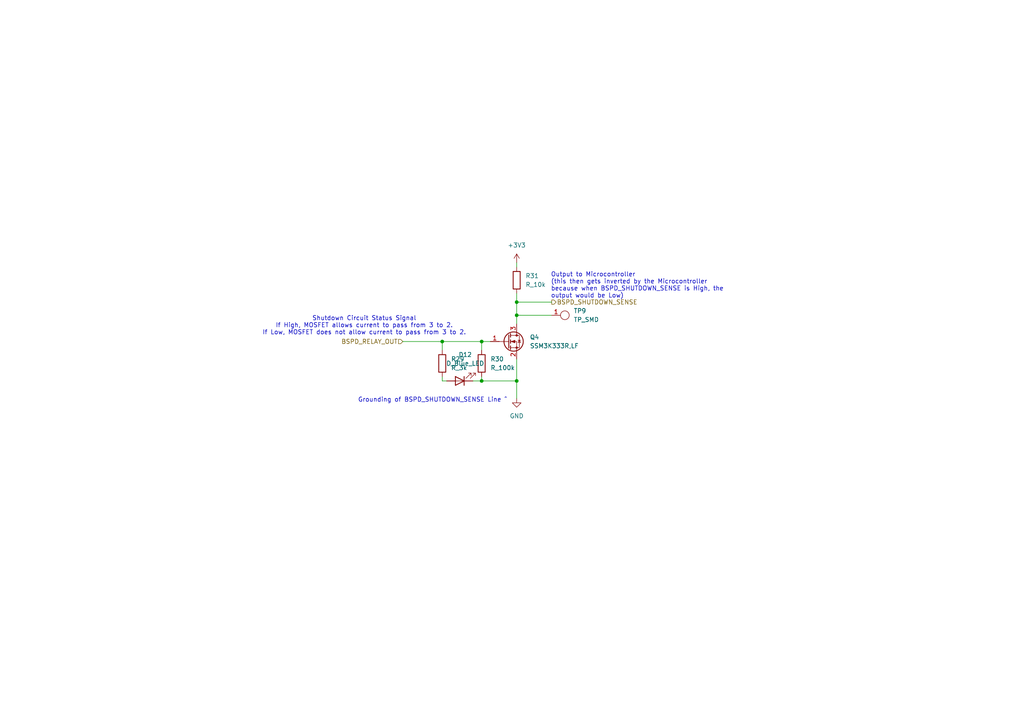
<source format=kicad_sch>
(kicad_sch (version 20250114) (generator "eeschema") (generator_version "9.0")
  (paper "A4")
  (lib_symbols
    (symbol "OEM:D_LED_Blue_0805" (pin_numbers (hide yes)) (pin_names (offset 1.016) (hide yes))
      (property "Reference" "D" (at 0 2.54 0))
      (property "Value" "D_Blue_LED" (at 0 -2.54 0))
      (symbol "D_LED_Blue_0805_0_1"
        (polyline (pts (xy -3.048 -0.762) (xy -4.572 -2.286) (xy -3.81 -2.286) (xy -4.572 -2.286) (xy -4.572 -1.524)))
        (polyline (pts (xy -1.778 -0.762) (xy -3.302 -2.286) (xy -2.54 -2.286) (xy -3.302 -2.286) (xy -3.302 -1.524)))
        (polyline (pts (xy -1.27 0) (xy 1.27 0)))
        (polyline (pts (xy -1.27 -1.27) (xy -1.27 1.27)) (stroke (width 0.254)))
        (polyline (pts (xy 1.27 -1.27) (xy 1.27 1.27) (xy -1.27 0) (xy 1.27 -1.27)) (stroke (width 0.254)))
      )
      (symbol "D_LED_Blue_0805_1_1"
        (pin passive line (at -3.81 0 0) (length 2.54) (name "K") (number "1"))
        (pin passive line (at 3.81 0 180) (length 2.54) (name "A") (number "2"))
      )
    )
    (symbol "OEM:Q_NMOS_30V_6A_SOT-23F" (pin_names (offset 0) (hide yes))
      (property "Reference" "Q" (at 5.08 1.905 0))
      (property "Value" "SSM3K333R,LF" (at 5.08 0 0))
      (symbol "Q_NMOS_30V_6A_SOT-23F_0_1"
        (polyline (pts (xy 0.254 1.905) (xy 0.254 -1.905)) (stroke (width 0.254)))
        (polyline (pts (xy 0.254 0) (xy -2.54 0)))
        (polyline (pts (xy 0.762 2.286) (xy 0.762 1.27)) (stroke (width 0.254)))
        (polyline (pts (xy 0.762 0.508) (xy 0.762 -0.508)) (stroke (width 0.254)))
        (polyline (pts (xy 0.762 -1.27) (xy 0.762 -2.286)) (stroke (width 0.254)))
        (polyline (pts (xy 0.762 -1.778) (xy 3.302 -1.778) (xy 3.302 1.778) (xy 0.762 1.778)))
        (polyline (pts (xy 1.016 0) (xy 2.032 0.381) (xy 2.032 -0.381) (xy 1.016 0)) (fill (type outline)))
        (circle (center 1.651 0) (radius 2.794) (stroke (width 0.254)))
        (polyline (pts (xy 2.54 2.54) (xy 2.54 1.778)))
        (circle (center 2.54 1.778) (radius 0.254) (fill (type outline)))
        (circle (center 2.54 -1.778) (radius 0.254) (fill (type outline)))
        (polyline (pts (xy 2.54 -2.54) (xy 2.54 0) (xy 0.762 0)))
        (polyline (pts (xy 2.921 0.381) (xy 3.683 0.381)))
        (polyline (pts (xy 3.302 0.381) (xy 2.921 -0.254) (xy 3.683 -0.254) (xy 3.302 0.381)))
      )
      (symbol "Q_NMOS_30V_6A_SOT-23F_1_1"
        (pin input line (at -5.08 0 0) (length 2.54) (name "G") (number "1"))
        (pin passive line (at 2.54 5.08 270) (length 2.54) (name "D") (number "3"))
        (pin passive line (at 2.54 -5.08 90) (length 2.54) (name "S") (number "2"))
      )
    )
    (symbol "OEM:R_100k_0.1W_0603" (pin_numbers (hide yes)) (pin_names (offset 0))
      (property "Reference" "R" (at 2.032 0 90))
      (property "Value" "R_100k" (at 0 0 90))
      (symbol "R_100k_0.1W_0603_0_1"
        (rectangle (start -1.016 -2.54) (end 1.016 2.54) (stroke (width 0.254)))
      )
      (symbol "R_100k_0.1W_0603_1_1"
        (pin passive line (at 0 3.81 270) (length 1.27) (name "~") (number "1"))
        (pin passive line (at 0 -3.81 90) (length 1.27) (name "~") (number "2"))
      )
    )
    (symbol "OEM:R_10k_0.1W_0603" (pin_numbers (hide yes)) (pin_names (offset 0))
      (property "Reference" "R" (at 2.032 0 90))
      (property "Value" "R_10k" (at 0 0 90))
      (symbol "R_10k_0.1W_0603_0_1"
        (rectangle (start -1.016 -2.54) (end 1.016 2.54) (stroke (width 0.254)))
      )
      (symbol "R_10k_0.1W_0603_1_1"
        (pin passive line (at 0 3.81 270) (length 1.27) (name "~") (number "1"))
        (pin passive line (at 0 -3.81 90) (length 1.27) (name "~") (number "2"))
      )
    )
    (symbol "OEM:R_3k_0.1W_0603" (pin_numbers (hide yes)) (pin_names (offset 0))
      (property "Reference" "R" (at 2.032 0 90))
      (property "Value" "R_3k" (at 0 0 90))
      (symbol "R_3k_0.1W_0603_0_1"
        (rectangle (start -1.016 -2.54) (end 1.016 2.54) (stroke (width 0.254)))
      )
      (symbol "R_3k_0.1W_0603_1_1"
        (pin passive line (at 0 3.81 270) (length 1.27) (name "~") (number "1"))
        (pin passive line (at 0 -3.81 90) (length 1.27) (name "~") (number "2"))
      )
    )
    (symbol "OEM:TP_Hook_SMD" (pin_names (offset 1.016))
      (property "Reference" "TP" (at 0 7.62 0))
      (property "Value" "TP_SMD" (at 1.27 5.08 0))
      (symbol "TP_Hook_SMD_1_1"
        (circle (center 0 2.54) (radius 1.27))
        (pin input line (at 0 -1.27 90) (length 2.54) (name "~") (number "1"))
      )
    )
    (symbol "power:+3V3" (power) (pin_numbers (hide yes)) (pin_names (offset 0) (hide yes))
      (property "Value" "+3V3" (at 0 3.556 0))
      (symbol "+3V3_0_1"
        (polyline (pts (xy -0.762 1.27) (xy 0 2.54)))
        (polyline (pts (xy 0 2.54) (xy 0.762 1.27)))
        (polyline (pts (xy 0 0) (xy 0 2.54)))
      )
      (symbol "+3V3_1_1"
        (pin power_in line (at 0 0 90) (length 0) (name "~") (number "1"))
      )
    )
    (symbol "power:GND" (power) (pin_numbers (hide yes)) (pin_names (offset 0) (hide yes))
      (property "Value" "GND" (at 0 -3.81 0))
      (symbol "GND_0_1"
        (polyline (pts (xy 0 0) (xy 0 -1.27) (xy 1.27 -1.27) (xy 0 -2.54) (xy -1.27 -1.27) (xy 0 -1.27)))
      )
      (symbol "GND_1_1"
        (pin power_in line (at 0 0 270) (length 0) (name "~") (number "1"))
      )
    )
  )
  (text "Output to Microcontroller\n(this then gets inverted by the Microcontroller \nbecause when BSPD_SHUTDOWN_SENSE is High, the \noutput would be Low)" (at 159.766 82.804 0) (effects (font (size 1.27 1.27)) (justify left)))
  (text "Grounding of BSPD_SHUTDOWN_SENSE Line ^" (at 125.476 116.078 0) (effects (font (size 1.27 1.27))))
  (text "Shutdown Circuit Status Signal\nIf High, MOSFET allows current to pass from 3 to 2.\nIf Low, MOSFET does not allow current to pass from 3 to 2." (at 105.664 94.488 0) (effects (font (size 1.27 1.27))))
  (junction (at 149.86 110.49))
  (junction (at 128.27 99.06))
  (junction (at 139.7 110.49))
  (junction (at 149.86 91.44))
  (junction (at 149.86 87.63))
  (junction (at 139.7 99.06))
  (wire (pts (xy 128.27 110.49) (xy 129.54 110.49)))
  (wire (pts (xy 128.27 109.22) (xy 128.27 110.49)))
  (wire (pts (xy 149.86 104.14) (xy 149.86 110.49)))
  (wire (pts (xy 149.86 87.63) (xy 149.86 91.44)))
  (wire (pts (xy 149.86 87.63) (xy 160.02 87.63)))
  (wire (pts (xy 149.86 85.09) (xy 149.86 87.63)))
  (wire (pts (xy 149.86 91.44) (xy 160.02 91.44)))
  (wire (pts (xy 139.7 110.49) (xy 149.86 110.49)))
  (wire (pts (xy 139.7 99.06) (xy 139.7 101.6)))
  (wire (pts (xy 116.84 99.06) (xy 128.27 99.06)))
  (wire (pts (xy 139.7 109.22) (xy 139.7 110.49)))
  (wire (pts (xy 149.86 76.2) (xy 149.86 77.47)))
  (wire (pts (xy 149.86 91.44) (xy 149.86 93.98)))
  (wire (pts (xy 128.27 99.06) (xy 139.7 99.06)))
  (wire (pts (xy 137.16 110.49) (xy 139.7 110.49)))
  (wire (pts (xy 139.7 99.06) (xy 142.24 99.06)))
  (wire (pts (xy 149.86 110.49) (xy 149.86 115.57)))
  (wire (pts (xy 128.27 99.06) (xy 128.27 101.6)))
  (hierarchical_label "BSPD_SHUTDOWN_SENSE" (shape output) (at 160.02 87.63 0))
  (hierarchical_label "BSPD_RELAY_OUT" (shape input) (at 116.84 99.06 180))
  (symbol (lib_id "power:+3V3") (at 149.86 76.2 0) (unit 1)
    (property "Reference" "#PWR?" (effects (hide yes)))
    (property "Value" "+3V3" (at 149.86 71.12 0))
    (property "Description" "Power symbol creates a global label with name \"+3V3\"" (effects (hide yes)))
  )
  (symbol (lib_id "OEM:D_LED_Blue_0805") (at 133.35 110.49 180) (unit 1)
    (property "Reference" "D12" (at 134.9375 102.87 0))
    (property "Value" "D_Blue_LED" (at 134.9375 105.41 0))
    (property "Footprint" "OEM:D_0805_2012Metric" (effects (hide yes)))
    (property "Datasheet" "https://www.mouser.com/catalog/specsheets/Lite-On_LTST-C171TBKT.pdf" (effects (hide yes)))
    (property "Description" "LED BLUE CLEAR CHIP SMD" (effects (hide yes)))
    (property "Sim.Pins" "1=K 2=A" (effects (hide yes)))
    (property "MPN" "LTST-C171TBKT" (effects (hide yes)))
  )
  (symbol (lib_id "OEM:R_3k_0.1W_0603") (at 128.27 105.41 0) (unit 1)
    (property "Reference" "R29" (at 130.81 104.1399 0) (effects (justify left)))
    (property "Value" "R_3k" (at 130.81 106.6799 0) (effects (justify left)))
    (property "Footprint" "OEM:R_0603_1608Metric" (effects (hide yes)))
    (property "Datasheet" "https://www.yageogroup.com/browse/products?search=pyu-yc_tc_group_51_rohs_l.pdf" (effects (hide yes)))
    (property "Description" "RES 3K OHM 1% 1/10W 0603" (effects (hide yes)))
    (property "MPN" "RC0603FR-103KL" (effects (hide yes)))
  )
  (symbol (lib_id "OEM:R_100k_0.1W_0603") (at 139.7 105.41 0) (unit 1)
    (property "Reference" "R30" (at 142.24 104.1399 0) (effects (justify left)))
    (property "Value" "R_100k" (at 142.24 106.6799 0) (effects (justify left)))
    (property "Footprint" "OEM:R_0603_1608Metric" (effects (hide yes)))
    (property "Datasheet" "https://www.mouser.com/datasheet/3/1099/1/SEI-RMCF_RMCP.pdf" (effects (hide yes)))
    (property "Description" "RES 100K OHM 1% 1/10W 0603" (effects (hide yes)))
    (property "MPN" "RMCF0603FT100K" (effects (hide yes)))
  )
  (symbol (lib_id "OEM:TP_Hook_SMD") (at 161.29 91.44 270) (unit 1)
    (property "Reference" "TP9" (at 166.37 90.1699 90) (effects (justify left)))
    (property "Value" "TP_SMD" (at 166.37 92.7099 90) (effects (justify left)))
    (property "Footprint" "OEM:TP_Hook_SMD" (effects (hide yes)))
    (property "Datasheet" "https://www.mouser.com/datasheet/3/201/1/5019.PDF" (effects (hide yes)))
    (property "Description" "Test Point SMD Hook" (effects (hide yes)))
    (property "MPN" "5019" (effects (hide yes)))
  )
  (symbol (lib_id "OEM:R_10k_0.1W_0603") (at 149.86 81.28 0) (unit 1)
    (property "Reference" "R31" (at 152.4 80.0099 0) (effects (justify left)))
    (property "Value" "R_10k" (at 152.4 82.5499 0) (effects (justify left)))
    (property "Footprint" "OEM:R_0603_1608Metric" (effects (hide yes)))
    (property "Datasheet" "https://www.mouser.com/datasheet/3/1099/1/SEI-RMCF_RMCP.pdf" (effects (hide yes)))
    (property "Description" "RES 10K OHM 1% 1/10W 0603" (effects (hide yes)))
    (property "MPN" "RMCF0603FT10K0" (effects (hide yes)))
  )
  (symbol (lib_id "power:GND") (at 149.86 115.57 0) (unit 1)
    (property "Reference" "#PWR?" (effects (hide yes)))
    (property "Value" "GND" (at 149.86 120.65 0))
    (property "Description" "Power symbol creates a global label with name \"GND\" , ground" (effects (hide yes)))
  )
  (symbol (lib_id "OEM:Q_NMOS_30V_6A_SOT-23F") (at 147.32 99.06 0) (unit 1)
    (property "Reference" "Q4" (at 153.67 97.7899 0) (effects (justify left)))
    (property "Value" "SSM3K333R,LF" (at 153.67 100.3299 0) (effects (justify left)))
    (property "Footprint" "OEM:SOT-23-3" (effects (hide yes)))
    (property "Datasheet" "https://www.mouser.com/datasheet/3/105/1/6D62190F2E76D58532DB25403AB4F650F25B6580F37A84A2AFAB7A89D257D933.pdf" (effects (hide yes)))
    (property "Description" "MOSFET N CH 30V 6A 2-3Z1A" (effects (hide yes)))
  )
)
</source>
